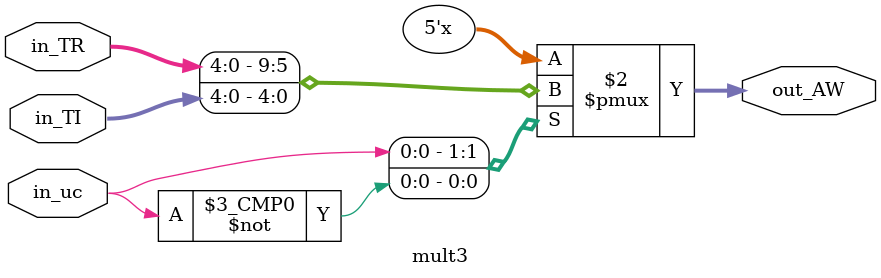
<source format=v>
module mult3(
input in_uc,
input [4:0] in_TI, in_TR,
output reg [4:0] out_AW
);
always@(*)
begin 
	case (in_uc)
		1'b1:
			begin
				out_AW=in_TR;
			end
		1'b0:
			begin
				out_AW=in_TI;
			end
		endcase
	end

endmodule 
</source>
